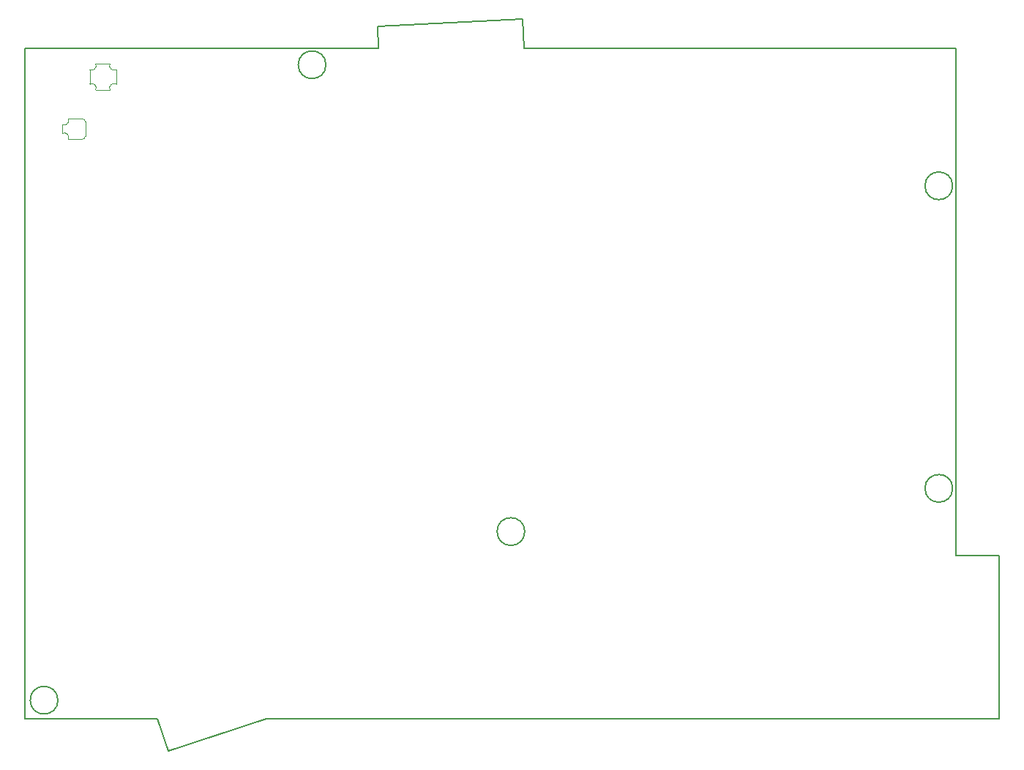
<source format=gm1>
G04 #@! TF.GenerationSoftware,KiCad,Pcbnew,8.0.7*
G04 #@! TF.CreationDate,2024-12-21T19:43:24+01:00*
G04 #@! TF.ProjectId,mint36tt_rev02_L,6d696e74-3336-4747-945f-72657630325f,0.2*
G04 #@! TF.SameCoordinates,Original*
G04 #@! TF.FileFunction,Profile,NP*
%FSLAX46Y46*%
G04 Gerber Fmt 4.6, Leading zero omitted, Abs format (unit mm)*
G04 Created by KiCad (PCBNEW 8.0.7) date 2024-12-21 19:43:24*
%MOMM*%
%LPD*%
G01*
G04 APERTURE LIST*
G04 #@! TA.AperFunction,Profile*
%ADD10C,0.150000*%
G04 #@! TD*
G04 #@! TA.AperFunction,Profile*
%ADD11C,0.200000*%
G04 #@! TD*
G04 #@! TA.AperFunction,Profile*
%ADD12C,0.120000*%
G04 #@! TD*
G04 APERTURE END LIST*
D10*
X108132478Y-131690000D02*
X109336731Y-135396309D01*
X133562020Y-51563814D02*
X133695722Y-54115000D01*
X92790000Y-131690000D02*
X108132478Y-131690000D01*
D11*
X200090000Y-105015000D02*
G75*
G02*
X196890000Y-105015000I-1600000J0D01*
G01*
X196890000Y-105015000D02*
G75*
G02*
X200090000Y-105015000I1600000J0D01*
G01*
X150590000Y-110015000D02*
G75*
G02*
X147390000Y-110015000I-1600000J0D01*
G01*
X147390000Y-110015000D02*
G75*
G02*
X150590000Y-110015000I1600000J0D01*
G01*
D10*
X150518778Y-54115000D02*
X150338997Y-50684570D01*
X200490000Y-131690000D02*
X205490000Y-131690000D01*
D11*
X200090000Y-70015000D02*
G75*
G02*
X196890000Y-70015000I-1600000J0D01*
G01*
X196890000Y-70015000D02*
G75*
G02*
X200090000Y-70015000I1600000J0D01*
G01*
D10*
X120743578Y-131690000D02*
X200490000Y-131690000D01*
D11*
X127590000Y-56015000D02*
G75*
G02*
X124390000Y-56015000I-1600000J0D01*
G01*
X124390000Y-56015000D02*
G75*
G02*
X127590000Y-56015000I1600000J0D01*
G01*
D10*
X205490000Y-112815000D02*
X200490000Y-112815000D01*
X92790000Y-54115000D02*
X92790000Y-112815000D01*
X133695722Y-54115000D02*
X92790000Y-54115000D01*
X109336731Y-135396309D02*
X120743578Y-131690000D01*
X92790000Y-112815000D02*
X92790000Y-131690000D01*
X200490000Y-54115000D02*
X150518778Y-54115000D01*
X200490000Y-112815000D02*
X200490000Y-54115000D01*
X205490000Y-131690000D02*
X205490000Y-112815000D01*
X150338997Y-50684570D02*
X133562020Y-51563814D01*
D11*
X96590000Y-129515000D02*
G75*
G02*
X93390000Y-129515000I-1600000J0D01*
G01*
X93390000Y-129515000D02*
G75*
G02*
X96590000Y-129515000I1600000J0D01*
G01*
D12*
X97091000Y-63966200D02*
X97091000Y-62924800D01*
X97776800Y-62239000D02*
X99377000Y-62239000D01*
X99377000Y-64652000D02*
X97776800Y-64652000D01*
X99758000Y-62620000D02*
X99758000Y-64271000D01*
X100266000Y-58251200D02*
X100266000Y-56574800D01*
X100951800Y-55889000D02*
X102628200Y-55889000D01*
X100951800Y-58937000D02*
X102628200Y-58937000D01*
X103314000Y-58251200D02*
X103314000Y-56574800D01*
X97091000Y-63966200D02*
G75*
G02*
X97776800Y-64652000I247753J-438047D01*
G01*
X97776800Y-62239000D02*
G75*
G02*
X97091000Y-62924800I-438047J-247753D01*
G01*
X99377000Y-62239000D02*
G75*
G02*
X99758000Y-62620000I1J-380999D01*
G01*
X99758000Y-64271000D02*
G75*
G02*
X99377000Y-64652000I-380999J-1D01*
G01*
X100266000Y-58251200D02*
G75*
G02*
X100951800Y-58937000I247753J-438047D01*
G01*
X100951800Y-55889000D02*
G75*
G02*
X100266000Y-56574800I-438047J-247753D01*
G01*
X102628200Y-58937000D02*
G75*
G02*
X103314000Y-58251200I438047J247753D01*
G01*
X103314000Y-56574800D02*
G75*
G02*
X102628200Y-55889000I-247750J438050D01*
G01*
M02*

</source>
